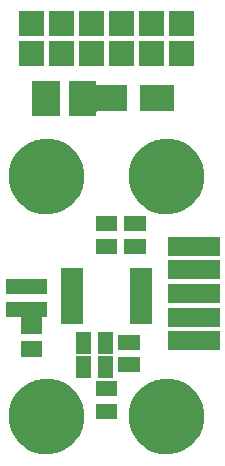
<source format=gbr>
G04 #@! TF.GenerationSoftware,KiCad,Pcbnew,(2017-02-05 revision 431abcf)-makepkg*
G04 #@! TF.CreationDate,2017-03-21T18:39:39+01:00*
G04 #@! TF.ProjectId,RPS01A,5250533031412E6B696361645F706362,01A*
G04 #@! TF.FileFunction,Soldermask,Bot*
G04 #@! TF.FilePolarity,Negative*
%FSLAX46Y46*%
G04 Gerber Fmt 4.6, Leading zero omitted, Abs format (unit mm)*
G04 Created by KiCad (PCBNEW (2017-02-05 revision 431abcf)-makepkg) date 03/21/17 18:39:39*
%MOMM*%
%LPD*%
G01*
G04 APERTURE LIST*
%ADD10C,0.100000*%
G04 APERTURE END LIST*
D10*
G36*
X130416110Y-106722128D02*
X131030848Y-106848315D01*
X131609363Y-107091500D01*
X132129631Y-107442426D01*
X132571824Y-107887717D01*
X132919105Y-108410418D01*
X133158249Y-108990622D01*
X133280004Y-109605534D01*
X133280004Y-109605551D01*
X133280137Y-109606224D01*
X133270128Y-110323007D01*
X133269977Y-110323670D01*
X133269977Y-110323694D01*
X133131099Y-110934968D01*
X132875851Y-111508261D01*
X132514107Y-112021067D01*
X132059653Y-112453838D01*
X131529787Y-112790100D01*
X130944712Y-113017036D01*
X130326688Y-113126011D01*
X129699273Y-113112868D01*
X129086359Y-112978110D01*
X128511293Y-112726871D01*
X127995980Y-112368718D01*
X127560044Y-111917294D01*
X127220093Y-111389792D01*
X126989075Y-110806307D01*
X126875790Y-110189064D01*
X126884551Y-109561576D01*
X127015027Y-108947734D01*
X127262248Y-108370925D01*
X127616795Y-107853123D01*
X128065163Y-107414048D01*
X128590276Y-107070424D01*
X129172132Y-106835339D01*
X129788571Y-106717746D01*
X130416110Y-106722128D01*
X130416110Y-106722128D01*
G37*
G36*
X140576110Y-106722128D02*
X141190848Y-106848315D01*
X141769363Y-107091500D01*
X142289631Y-107442426D01*
X142731824Y-107887717D01*
X143079105Y-108410418D01*
X143318249Y-108990622D01*
X143440004Y-109605534D01*
X143440004Y-109605551D01*
X143440137Y-109606224D01*
X143430128Y-110323007D01*
X143429977Y-110323670D01*
X143429977Y-110323694D01*
X143291099Y-110934968D01*
X143035851Y-111508261D01*
X142674107Y-112021067D01*
X142219653Y-112453838D01*
X141689787Y-112790100D01*
X141104712Y-113017036D01*
X140486688Y-113126011D01*
X139859273Y-113112868D01*
X139246359Y-112978110D01*
X138671293Y-112726871D01*
X138155980Y-112368718D01*
X137720044Y-111917294D01*
X137380093Y-111389792D01*
X137149075Y-110806307D01*
X137035790Y-110189064D01*
X137044551Y-109561576D01*
X137175027Y-108947734D01*
X137422248Y-108370925D01*
X137776795Y-107853123D01*
X138225163Y-107414048D01*
X138750276Y-107070424D01*
X139332132Y-106835339D01*
X139948571Y-106717746D01*
X140576110Y-106722128D01*
X140576110Y-106722128D01*
G37*
G36*
X136058500Y-110120000D02*
X134261500Y-110120000D01*
X134261500Y-108831000D01*
X136058500Y-108831000D01*
X136058500Y-110120000D01*
X136058500Y-110120000D01*
G37*
G36*
X136058500Y-108215000D02*
X134261500Y-108215000D01*
X134261500Y-106926000D01*
X136058500Y-106926000D01*
X136058500Y-108215000D01*
X136058500Y-108215000D01*
G37*
G36*
X135741000Y-106627500D02*
X134452000Y-106627500D01*
X134452000Y-104830500D01*
X135741000Y-104830500D01*
X135741000Y-106627500D01*
X135741000Y-106627500D01*
G37*
G36*
X133836000Y-106627500D02*
X132547000Y-106627500D01*
X132547000Y-104830500D01*
X133836000Y-104830500D01*
X133836000Y-106627500D01*
X133836000Y-106627500D01*
G37*
G36*
X137963500Y-106183000D02*
X136166500Y-106183000D01*
X136166500Y-104894000D01*
X137963500Y-104894000D01*
X137963500Y-106183000D01*
X137963500Y-106183000D01*
G37*
G36*
X129708500Y-104849500D02*
X127911500Y-104849500D01*
X127911500Y-103560500D01*
X129708500Y-103560500D01*
X129708500Y-104849500D01*
X129708500Y-104849500D01*
G37*
G36*
X135741000Y-104595500D02*
X134452000Y-104595500D01*
X134452000Y-102798500D01*
X135741000Y-102798500D01*
X135741000Y-104595500D01*
X135741000Y-104595500D01*
G37*
G36*
X133836000Y-104595500D02*
X132547000Y-104595500D01*
X132547000Y-102798500D01*
X133836000Y-102798500D01*
X133836000Y-104595500D01*
X133836000Y-104595500D01*
G37*
G36*
X144726000Y-104306000D02*
X140326000Y-104306000D01*
X140326000Y-102706000D01*
X144726000Y-102706000D01*
X144726000Y-104306000D01*
X144726000Y-104306000D01*
G37*
G36*
X137963500Y-104278000D02*
X136166500Y-104278000D01*
X136166500Y-102989000D01*
X137963500Y-102989000D01*
X137963500Y-104278000D01*
X137963500Y-104278000D01*
G37*
G36*
X130089500Y-101484000D02*
X129808500Y-101484000D01*
X129788991Y-101485921D01*
X129770232Y-101491612D01*
X129752943Y-101500853D01*
X129737789Y-101513289D01*
X129725353Y-101528443D01*
X129716112Y-101545732D01*
X129710421Y-101564491D01*
X129708500Y-101584000D01*
X129708500Y-102944500D01*
X127911500Y-102944500D01*
X127911500Y-101584000D01*
X127909579Y-101564491D01*
X127903888Y-101545732D01*
X127894647Y-101528443D01*
X127882211Y-101513289D01*
X127867057Y-101500853D01*
X127849768Y-101491612D01*
X127831009Y-101485921D01*
X127811500Y-101484000D01*
X126641500Y-101484000D01*
X126641500Y-100195000D01*
X130089500Y-100195000D01*
X130089500Y-101484000D01*
X130089500Y-101484000D01*
G37*
G36*
X144726000Y-102306000D02*
X140326000Y-102306000D01*
X140326000Y-100706000D01*
X144726000Y-100706000D01*
X144726000Y-102306000D01*
X144726000Y-102306000D01*
G37*
G36*
X133135000Y-102135000D02*
X131285000Y-102135000D01*
X131285000Y-97385000D01*
X133135000Y-97385000D01*
X133135000Y-102135000D01*
X133135000Y-102135000D01*
G37*
G36*
X139035000Y-102135000D02*
X137185000Y-102135000D01*
X137185000Y-97385000D01*
X139035000Y-97385000D01*
X139035000Y-102135000D01*
X139035000Y-102135000D01*
G37*
G36*
X144726000Y-100306000D02*
X140326000Y-100306000D01*
X140326000Y-98706000D01*
X144726000Y-98706000D01*
X144726000Y-100306000D01*
X144726000Y-100306000D01*
G37*
G36*
X130089500Y-99579000D02*
X126641500Y-99579000D01*
X126641500Y-98290000D01*
X130089500Y-98290000D01*
X130089500Y-99579000D01*
X130089500Y-99579000D01*
G37*
G36*
X144726000Y-98306000D02*
X140326000Y-98306000D01*
X140326000Y-96706000D01*
X144726000Y-96706000D01*
X144726000Y-98306000D01*
X144726000Y-98306000D01*
G37*
G36*
X144726000Y-96306000D02*
X140326000Y-96306000D01*
X140326000Y-94706000D01*
X144726000Y-94706000D01*
X144726000Y-96306000D01*
X144726000Y-96306000D01*
G37*
G36*
X138471500Y-96150000D02*
X136674500Y-96150000D01*
X136674500Y-94861000D01*
X138471500Y-94861000D01*
X138471500Y-96150000D01*
X138471500Y-96150000D01*
G37*
G36*
X136058500Y-96150000D02*
X134261500Y-96150000D01*
X134261500Y-94861000D01*
X136058500Y-94861000D01*
X136058500Y-96150000D01*
X136058500Y-96150000D01*
G37*
G36*
X138471500Y-94245000D02*
X136674500Y-94245000D01*
X136674500Y-92956000D01*
X138471500Y-92956000D01*
X138471500Y-94245000D01*
X138471500Y-94245000D01*
G37*
G36*
X136058500Y-94245000D02*
X134261500Y-94245000D01*
X134261500Y-92956000D01*
X136058500Y-92956000D01*
X136058500Y-94245000D01*
X136058500Y-94245000D01*
G37*
G36*
X130416110Y-86402128D02*
X131030848Y-86528315D01*
X131609363Y-86771500D01*
X132129631Y-87122426D01*
X132571824Y-87567717D01*
X132919105Y-88090418D01*
X133158249Y-88670622D01*
X133280004Y-89285534D01*
X133280004Y-89285551D01*
X133280137Y-89286224D01*
X133270128Y-90003007D01*
X133269977Y-90003670D01*
X133269977Y-90003694D01*
X133131099Y-90614968D01*
X132875851Y-91188261D01*
X132514107Y-91701067D01*
X132059653Y-92133838D01*
X131529787Y-92470100D01*
X130944712Y-92697036D01*
X130326688Y-92806011D01*
X129699273Y-92792868D01*
X129086359Y-92658110D01*
X128511293Y-92406871D01*
X127995980Y-92048718D01*
X127560044Y-91597294D01*
X127220093Y-91069792D01*
X126989075Y-90486307D01*
X126875790Y-89869064D01*
X126884551Y-89241576D01*
X127015027Y-88627734D01*
X127262248Y-88050925D01*
X127616795Y-87533123D01*
X128065163Y-87094048D01*
X128590276Y-86750424D01*
X129172132Y-86515339D01*
X129788571Y-86397746D01*
X130416110Y-86402128D01*
X130416110Y-86402128D01*
G37*
G36*
X140576110Y-86402128D02*
X141190848Y-86528315D01*
X141769363Y-86771500D01*
X142289631Y-87122426D01*
X142731824Y-87567717D01*
X143079105Y-88090418D01*
X143318249Y-88670622D01*
X143440004Y-89285534D01*
X143440004Y-89285551D01*
X143440137Y-89286224D01*
X143430128Y-90003007D01*
X143429977Y-90003670D01*
X143429977Y-90003694D01*
X143291099Y-90614968D01*
X143035851Y-91188261D01*
X142674107Y-91701067D01*
X142219653Y-92133838D01*
X141689787Y-92470100D01*
X141104712Y-92697036D01*
X140486688Y-92806011D01*
X139859273Y-92792868D01*
X139246359Y-92658110D01*
X138671293Y-92406871D01*
X138155980Y-92048718D01*
X137720044Y-91597294D01*
X137380093Y-91069792D01*
X137149075Y-90486307D01*
X137035790Y-89869064D01*
X137044551Y-89241576D01*
X137175027Y-88627734D01*
X137422248Y-88050925D01*
X137776795Y-87533123D01*
X138225163Y-87094048D01*
X138750276Y-86750424D01*
X139332132Y-86515339D01*
X139948571Y-86397746D01*
X140576110Y-86402128D01*
X140576110Y-86402128D01*
G37*
G36*
X131204560Y-84445680D02*
X128853840Y-84445680D01*
X128853840Y-81546320D01*
X131204560Y-81546320D01*
X131204560Y-84445680D01*
X131204560Y-84445680D01*
G37*
G36*
X134303360Y-81795570D02*
X134305281Y-81815079D01*
X134310972Y-81833838D01*
X134320213Y-81851127D01*
X134332649Y-81866281D01*
X134347803Y-81878717D01*
X134365092Y-81887958D01*
X134383851Y-81893649D01*
X134403360Y-81895570D01*
X136863680Y-81895570D01*
X136863680Y-84096430D01*
X134403360Y-84096430D01*
X134383851Y-84098351D01*
X134365092Y-84104042D01*
X134347803Y-84113283D01*
X134332649Y-84125719D01*
X134320213Y-84140873D01*
X134310972Y-84158162D01*
X134305281Y-84176921D01*
X134303360Y-84196430D01*
X134303360Y-84445680D01*
X131952640Y-84445680D01*
X131952640Y-81546320D01*
X134303360Y-81546320D01*
X134303360Y-81795570D01*
X134303360Y-81795570D01*
G37*
G36*
X140861640Y-84096430D02*
X137962280Y-84096430D01*
X137962280Y-81895570D01*
X140861640Y-81895570D01*
X140861640Y-84096430D01*
X140861640Y-84096430D01*
G37*
G36*
X142535500Y-80211500D02*
X140484500Y-80211500D01*
X140484500Y-78160500D01*
X142535500Y-78160500D01*
X142535500Y-80211500D01*
X142535500Y-80211500D01*
G37*
G36*
X137455500Y-80211500D02*
X135404500Y-80211500D01*
X135404500Y-78160500D01*
X137455500Y-78160500D01*
X137455500Y-80211500D01*
X137455500Y-80211500D01*
G37*
G36*
X129835500Y-80211500D02*
X127784500Y-80211500D01*
X127784500Y-78160500D01*
X129835500Y-78160500D01*
X129835500Y-80211500D01*
X129835500Y-80211500D01*
G37*
G36*
X134915500Y-80211500D02*
X132864500Y-80211500D01*
X132864500Y-78160500D01*
X134915500Y-78160500D01*
X134915500Y-80211500D01*
X134915500Y-80211500D01*
G37*
G36*
X132375500Y-80211500D02*
X130324500Y-80211500D01*
X130324500Y-78160500D01*
X132375500Y-78160500D01*
X132375500Y-80211500D01*
X132375500Y-80211500D01*
G37*
G36*
X139995500Y-80211500D02*
X137944500Y-80211500D01*
X137944500Y-78160500D01*
X139995500Y-78160500D01*
X139995500Y-80211500D01*
X139995500Y-80211500D01*
G37*
G36*
X134915500Y-77671500D02*
X132864500Y-77671500D01*
X132864500Y-75620500D01*
X134915500Y-75620500D01*
X134915500Y-77671500D01*
X134915500Y-77671500D01*
G37*
G36*
X132375500Y-77671500D02*
X130324500Y-77671500D01*
X130324500Y-75620500D01*
X132375500Y-75620500D01*
X132375500Y-77671500D01*
X132375500Y-77671500D01*
G37*
G36*
X129835500Y-77671500D02*
X127784500Y-77671500D01*
X127784500Y-75620500D01*
X129835500Y-75620500D01*
X129835500Y-77671500D01*
X129835500Y-77671500D01*
G37*
G36*
X137455500Y-77671500D02*
X135404500Y-77671500D01*
X135404500Y-75620500D01*
X137455500Y-75620500D01*
X137455500Y-77671500D01*
X137455500Y-77671500D01*
G37*
G36*
X139995500Y-77671500D02*
X137944500Y-77671500D01*
X137944500Y-75620500D01*
X139995500Y-75620500D01*
X139995500Y-77671500D01*
X139995500Y-77671500D01*
G37*
G36*
X142535500Y-77671500D02*
X140484500Y-77671500D01*
X140484500Y-75620500D01*
X142535500Y-75620500D01*
X142535500Y-77671500D01*
X142535500Y-77671500D01*
G37*
M02*

</source>
